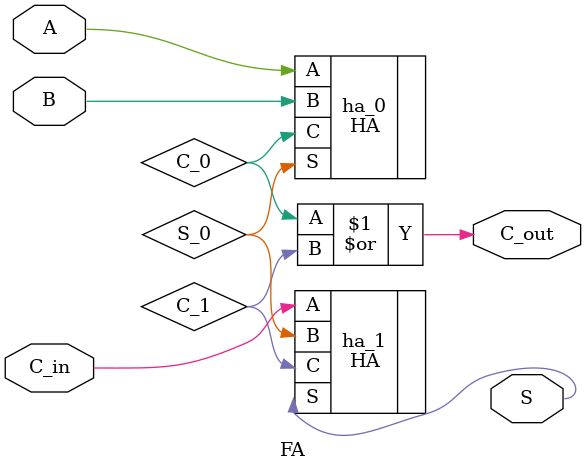
<source format=v>
module FA (input A, B, C_in,
            output C_out, S);
    wire C_0, C_1, S_0;
    HA ha_0(.A(A), .B(B), .C(C_0), .S(S_0));
    HA ha_1(.A(C_in), .B(S_0), .C(C_1), .S(S));
    or o(C_out, C_0, C_1);
endmodule
</source>
